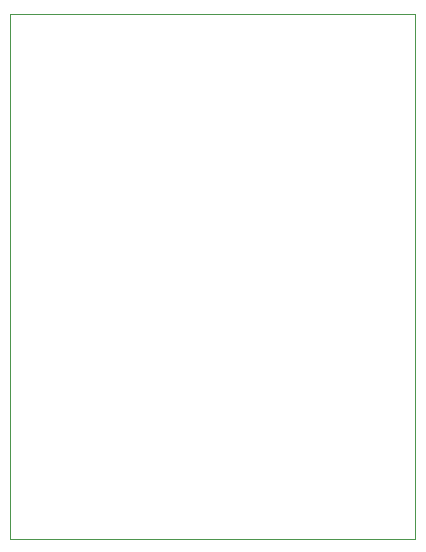
<source format=gbr>
G04 #@! TF.GenerationSoftware,KiCad,Pcbnew,(5.1.5-0-10_14)*
G04 #@! TF.CreationDate,2020-05-04T17:52:18-06:00*
G04 #@! TF.ProjectId,L6207Q,4c363230-3751-42e6-9b69-6361645f7063,rev?*
G04 #@! TF.SameCoordinates,Original*
G04 #@! TF.FileFunction,Profile,NP*
%FSLAX46Y46*%
G04 Gerber Fmt 4.6, Leading zero omitted, Abs format (unit mm)*
G04 Created by KiCad (PCBNEW (5.1.5-0-10_14)) date 2020-05-04 17:52:18*
%MOMM*%
%LPD*%
G04 APERTURE LIST*
%ADD10C,0.050000*%
G04 APERTURE END LIST*
D10*
X46355000Y-12065000D02*
X12065000Y-12065000D01*
X46355000Y-56515000D02*
X46355000Y-12065000D01*
X12065000Y-56515000D02*
X46355000Y-56515000D01*
X12065000Y-12065000D02*
X12065000Y-56515000D01*
M02*

</source>
